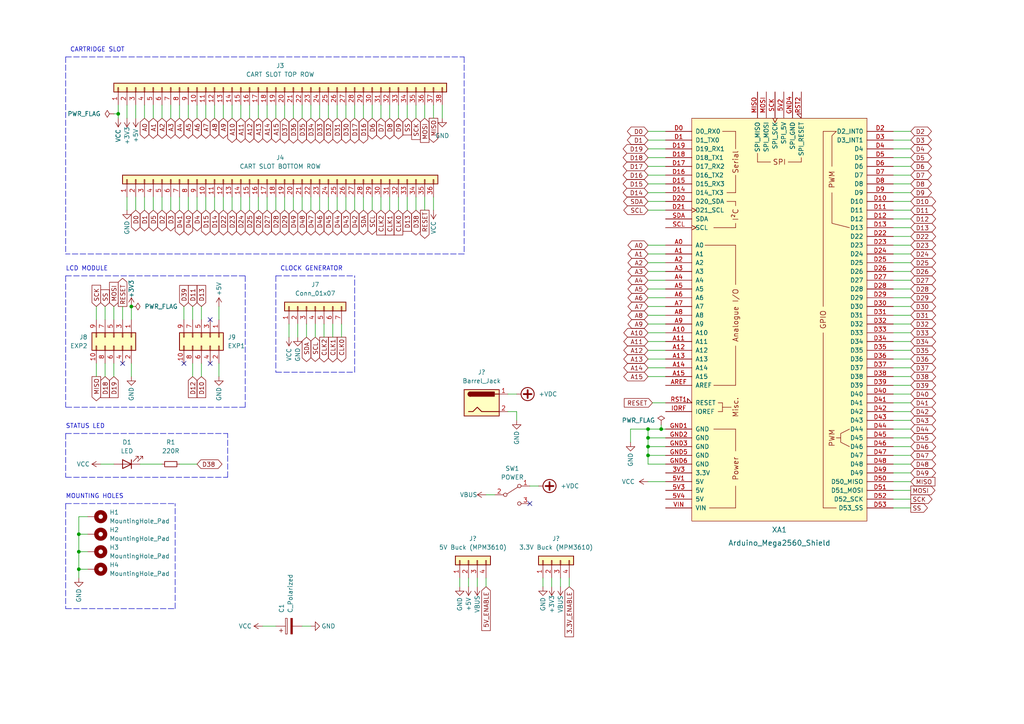
<source format=kicad_sch>
(kicad_sch (version 20211123) (generator eeschema)
  (paper "A4")
  (title_block (title "OSCR HW5") (date "2022-06-19") (rev "V3"))
  (junction (at 34.29 33.02))
  (junction (at 187.96 124.46))
  (junction (at 191.77 124.46))
  (junction (at 187.96 129.54))
  (junction (at 187.96 127))
  (junction (at 22.86 154.94))
  (junction (at 22.86 165.1))
  (junction (at 187.96 132.08))
  (junction (at 22.86 160.02))
  (junction (at 38.1 88.9))
  (no_connect (at 35.56 105.41))
  (no_connect (at 53.34 105.41))
  (no_connect (at 60.96 92.71))
  (no_connect (at 60.96 105.41))
  (no_connect (at 153.67 146.05))
  (wire (pts (xy 123.19 30.48) (xy 123.19 34.29)))
  (wire (pts (xy 49.53 57.15) (xy 49.53 60.96)))
  (wire (pts (xy 39.37 57.15) (xy 39.37 60.96)))
  (wire (pts (xy 259.08 139.7) (xy 264.16 139.7)))
  (wire (pts (xy 259.08 124.46) (xy 264.16 124.46)))
  (wire (pts (xy 187.96 38.1) (xy 193.04 38.1)))
  (wire (pts (xy 57.15 57.15) (xy 57.15 60.96)))
  (wire (pts (xy 259.08 116.84) (xy 264.16 116.84)))
  (wire (pts (xy 110.49 30.48) (xy 110.49 34.29)))
  (wire (pts (xy 92.71 30.48) (xy 92.71 34.29)))
  (wire (pts (xy 259.08 45.72) (xy 264.16 45.72)))
  (wire (pts (xy 77.47 30.48) (xy 77.47 34.29)))
  (wire (pts (xy 187.96 104.14) (xy 193.04 104.14)))
  (wire (pts (xy 259.08 147.32) (xy 264.16 147.32)))
  (wire (pts (xy 259.08 93.98) (xy 264.16 93.98)))
  (wire (pts (xy 191.77 123.19) (xy 191.77 124.46)))
  (wire (pts (xy 187.96 43.18) (xy 193.04 43.18)))
  (wire (pts (xy 259.08 68.58) (xy 264.16 68.58)))
  (wire (pts (xy 259.08 114.3) (xy 264.16 114.3)))
  (wire (pts (xy 118.11 30.48) (xy 118.11 34.29)))
  (wire (pts (xy 187.96 93.98) (xy 193.04 93.98)))
  (wire (pts (xy 82.55 57.15) (xy 82.55 60.96)))
  (wire (pts (xy 187.96 101.6) (xy 193.04 101.6)))
  (wire (pts (xy 52.07 57.15) (xy 52.07 60.96)))
  (wire (pts (xy 187.96 48.26) (xy 193.04 48.26)))
  (polyline (pts (xy 50.8 176.53) (xy 50.8 146.05)))
  (wire (pts (xy 187.96 129.54) (xy 193.04 129.54)))
  (wire (pts (xy 259.08 81.28) (xy 264.16 81.28)))
  (wire (pts (xy 36.83 30.48) (xy 36.83 34.29)))
  (wire (pts (xy 259.08 38.1) (xy 264.16 38.1)))
  (polyline (pts (xy 19.05 138.43) (xy 66.04 138.43)))
  (wire (pts (xy 33.02 33.02) (xy 34.29 33.02)))
  (wire (pts (xy 93.98 93.98) (xy 93.98 97.79)))
  (wire (pts (xy 40.64 134.62) (xy 46.99 134.62)))
  (wire (pts (xy 162.56 170.18) (xy 162.56 167.64)))
  (wire (pts (xy 55.88 105.41) (xy 55.88 109.22)))
  (wire (pts (xy 187.96 106.68) (xy 193.04 106.68)))
  (polyline (pts (xy 80.01 80.01) (xy 80.01 107.95)))
  (polyline (pts (xy 80.01 80.01) (xy 102.87 80.01)))
  (polyline (pts (xy 80.01 107.95) (xy 102.87 107.95)))
  (polyline (pts (xy 102.87 107.95) (xy 102.87 80.01)))
  (wire (pts (xy 107.95 30.48) (xy 107.95 34.29)))
  (wire (pts (xy 187.96 88.9) (xy 193.04 88.9)))
  (wire (pts (xy 147.32 114.3) (xy 149.86 114.3)))
  (wire (pts (xy 123.19 57.15) (xy 123.19 60.96)))
  (wire (pts (xy 259.08 134.62) (xy 264.16 134.62)))
  (wire (pts (xy 41.91 30.48) (xy 41.91 34.29)))
  (wire (pts (xy 74.93 30.48) (xy 74.93 34.29)))
  (wire (pts (xy 22.86 160.02) (xy 22.86 165.1)))
  (wire (pts (xy 22.86 160.02) (xy 25.4 160.02)))
  (wire (pts (xy 72.39 30.48) (xy 72.39 34.29)))
  (wire (pts (xy 54.61 57.15) (xy 54.61 60.96)))
  (wire (pts (xy 80.01 57.15) (xy 80.01 60.96)))
  (wire (pts (xy 187.96 91.44) (xy 193.04 91.44)))
  (wire (pts (xy 115.57 57.15) (xy 115.57 60.96)))
  (wire (pts (xy 259.08 91.44) (xy 264.16 91.44)))
  (wire (pts (xy 259.08 78.74) (xy 264.16 78.74)))
  (wire (pts (xy 110.49 57.15) (xy 110.49 60.96)))
  (wire (pts (xy 63.5 88.9) (xy 63.5 92.71)))
  (wire (pts (xy 259.08 55.88) (xy 264.16 55.88)))
  (wire (pts (xy 259.08 119.38) (xy 264.16 119.38)))
  (polyline (pts (xy 19.05 146.05) (xy 19.05 176.53)))
  (wire (pts (xy 135.89 167.64) (xy 135.89 170.18)))
  (wire (pts (xy 22.86 154.94) (xy 22.86 160.02)))
  (wire (pts (xy 72.39 57.15) (xy 72.39 60.96)))
  (wire (pts (xy 259.08 101.6) (xy 264.16 101.6)))
  (wire (pts (xy 22.86 165.1) (xy 25.4 165.1)))
  (wire (pts (xy 63.5 105.41) (xy 63.5 109.22)))
  (wire (pts (xy 64.77 30.48) (xy 64.77 34.29)))
  (wire (pts (xy 157.48 167.64) (xy 157.48 170.18)))
  (wire (pts (xy 58.42 88.9) (xy 58.42 92.71)))
  (wire (pts (xy 187.96 132.08) (xy 187.96 129.54)))
  (wire (pts (xy 22.86 165.1) (xy 22.86 167.64)))
  (wire (pts (xy 125.73 30.48) (xy 125.73 34.29)))
  (wire (pts (xy 46.99 30.48) (xy 46.99 34.29)))
  (wire (pts (xy 91.44 93.98) (xy 91.44 97.79)))
  (wire (pts (xy 133.35 167.64) (xy 133.35 170.18)))
  (wire (pts (xy 187.96 50.8) (xy 193.04 50.8)))
  (wire (pts (xy 44.45 57.15) (xy 44.45 60.96)))
  (wire (pts (xy 182.88 124.46) (xy 182.88 128.27)))
  (wire (pts (xy 105.41 30.48) (xy 105.41 34.29)))
  (wire (pts (xy 189.23 116.84) (xy 193.04 116.84)))
  (wire (pts (xy 259.08 60.96) (xy 264.16 60.96)))
  (wire (pts (xy 41.91 57.15) (xy 41.91 60.96)))
  (wire (pts (xy 44.45 30.48) (xy 44.45 34.29)))
  (wire (pts (xy 187.96 83.82) (xy 193.04 83.82)))
  (wire (pts (xy 120.65 57.15) (xy 120.65 60.96)))
  (wire (pts (xy 30.48 88.9) (xy 30.48 92.71)))
  (wire (pts (xy 259.08 66.04) (xy 264.16 66.04)))
  (wire (pts (xy 259.08 137.16) (xy 264.16 137.16)))
  (polyline (pts (xy 19.05 80.01) (xy 19.05 118.11)))
  (wire (pts (xy 82.55 30.48) (xy 82.55 34.29)))
  (wire (pts (xy 259.08 106.68) (xy 264.16 106.68)))
  (wire (pts (xy 259.08 40.64) (xy 264.16 40.64)))
  (wire (pts (xy 259.08 96.52) (xy 264.16 96.52)))
  (wire (pts (xy 97.79 57.15) (xy 97.79 60.96)))
  (wire (pts (xy 259.08 142.24) (xy 264.16 142.24)))
  (wire (pts (xy 187.96 73.66) (xy 193.04 73.66)))
  (wire (pts (xy 30.48 105.41) (xy 30.48 109.22)))
  (wire (pts (xy 69.85 30.48) (xy 69.85 34.29)))
  (wire (pts (xy 259.08 109.22) (xy 264.16 109.22)))
  (wire (pts (xy 80.01 30.48) (xy 80.01 34.29)))
  (wire (pts (xy 90.17 57.15) (xy 90.17 60.96)))
  (polyline (pts (xy 19.05 16.51) (xy 19.05 73.66)))
  (polyline (pts (xy 19.05 16.51) (xy 134.62 16.51)))
  (polyline (pts (xy 134.62 16.51) (xy 134.62 73.66)))
  (polyline (pts (xy 134.62 73.66) (xy 19.05 73.66)))
  (wire (pts (xy 96.52 93.98) (xy 96.52 97.79)))
  (wire (pts (xy 259.08 48.26) (xy 264.16 48.26)))
  (wire (pts (xy 187.96 127) (xy 193.04 127)))
  (wire (pts (xy 52.07 30.48) (xy 52.07 34.29)))
  (wire (pts (xy 259.08 88.9) (xy 264.16 88.9)))
  (wire (pts (xy 22.86 149.86) (xy 22.86 154.94)))
  (wire (pts (xy 29.21 134.62) (xy 33.02 134.62)))
  (wire (pts (xy 140.97 167.64) (xy 140.97 170.18)))
  (wire (pts (xy 100.33 30.48) (xy 100.33 34.29)))
  (wire (pts (xy 34.29 30.48) (xy 34.29 33.02)))
  (wire (pts (xy 95.25 30.48) (xy 95.25 34.29)))
  (wire (pts (xy 259.08 86.36) (xy 264.16 86.36)))
  (wire (pts (xy 259.08 73.66) (xy 264.16 73.66)))
  (polyline (pts (xy 19.05 176.53) (xy 50.8 176.53)))
  (wire (pts (xy 95.25 57.15) (xy 95.25 60.96)))
  (wire (pts (xy 147.32 119.38) (xy 149.86 119.38)))
  (wire (pts (xy 77.47 57.15) (xy 77.47 60.96)))
  (polyline (pts (xy 19.05 146.05) (xy 50.8 146.05)))
  (wire (pts (xy 64.77 57.15) (xy 64.77 60.96)))
  (wire (pts (xy 87.63 181.61) (xy 90.17 181.61)))
  (wire (pts (xy 67.31 30.48) (xy 67.31 34.29)))
  (wire (pts (xy 87.63 30.48) (xy 87.63 34.29)))
  (wire (pts (xy 113.03 30.48) (xy 113.03 34.29)))
  (wire (pts (xy 187.96 45.72) (xy 193.04 45.72)))
  (wire (pts (xy 140.97 143.51) (xy 143.51 143.51)))
  (wire (pts (xy 83.82 93.98) (xy 83.82 97.79)))
  (wire (pts (xy 55.88 88.9) (xy 55.88 92.71)))
  (wire (pts (xy 259.08 76.2) (xy 264.16 76.2)))
  (wire (pts (xy 46.99 57.15) (xy 46.99 60.96)))
  (wire (pts (xy 259.08 132.08) (xy 264.16 132.08)))
  (wire (pts (xy 22.86 154.94) (xy 25.4 154.94)))
  (wire (pts (xy 259.08 63.5) (xy 264.16 63.5)))
  (wire (pts (xy 107.95 57.15) (xy 107.95 60.96)))
  (wire (pts (xy 149.86 119.38) (xy 149.86 121.92)))
  (wire (pts (xy 153.67 140.97) (xy 156.21 140.97)))
  (wire (pts (xy 165.1 167.64) (xy 165.1 170.18)))
  (wire (pts (xy 67.31 57.15) (xy 67.31 60.96)))
  (polyline (pts (xy 71.12 80.01) (xy 71.12 118.11)))
  (wire (pts (xy 160.02 167.64) (xy 160.02 170.18)))
  (wire (pts (xy 54.61 30.48) (xy 54.61 34.29)))
  (wire (pts (xy 27.94 105.41) (xy 27.94 109.22)))
  (wire (pts (xy 259.08 104.14) (xy 264.16 104.14)))
  (wire (pts (xy 259.08 127) (xy 264.16 127)))
  (wire (pts (xy 35.56 88.9) (xy 35.56 92.71)))
  (wire (pts (xy 34.29 33.02) (xy 34.29 34.29)))
  (wire (pts (xy 38.1 105.41) (xy 38.1 109.22)))
  (wire (pts (xy 187.96 53.34) (xy 193.04 53.34)))
  (wire (pts (xy 193.04 134.62) (xy 187.96 134.62)))
  (polyline (pts (xy 19.05 125.73) (xy 66.04 125.73)))
  (wire (pts (xy 27.94 88.9) (xy 27.94 92.71)))
  (wire (pts (xy 49.53 30.48) (xy 49.53 34.29)))
  (wire (pts (xy 76.2 181.61) (xy 80.01 181.61)))
  (wire (pts (xy 187.96 60.96) (xy 193.04 60.96)))
  (wire (pts (xy 187.96 55.88) (xy 193.04 55.88)))
  (wire (pts (xy 39.37 30.48) (xy 39.37 34.29)))
  (wire (pts (xy 187.96 78.74) (xy 193.04 78.74)))
  (wire (pts (xy 113.03 57.15) (xy 113.03 60.96)))
  (wire (pts (xy 259.08 53.34) (xy 264.16 53.34)))
  (wire (pts (xy 38.1 88.9) (xy 38.1 92.71)))
  (wire (pts (xy 102.87 30.48) (xy 102.87 34.29)))
  (wire (pts (xy 59.69 30.48) (xy 59.69 34.29)))
  (wire (pts (xy 187.96 127) (xy 187.96 124.46)))
  (wire (pts (xy 92.71 57.15) (xy 92.71 60.96)))
  (wire (pts (xy 138.43 170.18) (xy 138.43 167.64)))
  (wire (pts (xy 53.34 88.9) (xy 53.34 92.71)))
  (wire (pts (xy 88.9 93.98) (xy 88.9 97.79)))
  (wire (pts (xy 62.23 57.15) (xy 62.23 60.96)))
  (wire (pts (xy 187.96 124.46) (xy 182.88 124.46)))
  (wire (pts (xy 259.08 144.78) (xy 264.16 144.78)))
  (wire (pts (xy 187.96 81.28) (xy 193.04 81.28)))
  (wire (pts (xy 187.96 99.06) (xy 193.04 99.06)))
  (polyline (pts (xy 71.12 118.11) (xy 19.05 118.11)))
  (wire (pts (xy 187.96 76.2) (xy 193.04 76.2)))
  (wire (pts (xy 128.27 30.48) (xy 128.27 34.29)))
  (wire (pts (xy 33.02 105.41) (xy 33.02 109.22)))
  (wire (pts (xy 74.93 57.15) (xy 74.93 60.96)))
  (wire (pts (xy 58.42 105.41) (xy 58.42 109.22)))
  (wire (pts (xy 115.57 30.48) (xy 115.57 34.29)))
  (wire (pts (xy 62.23 30.48) (xy 62.23 34.29)))
  (wire (pts (xy 105.41 57.15) (xy 105.41 60.96)))
  (wire (pts (xy 120.65 30.48) (xy 120.65 34.29)))
  (polyline (pts (xy 19.05 80.01) (xy 71.12 80.01)))
  (wire (pts (xy 57.15 30.48) (xy 57.15 34.29)))
  (wire (pts (xy 85.09 57.15) (xy 85.09 60.96)))
  (wire (pts (xy 85.09 30.48) (xy 85.09 34.29)))
  (polyline (pts (xy 66.04 138.43) (xy 66.04 125.73)))
  (wire (pts (xy 118.11 57.15) (xy 118.11 60.96)))
  (wire (pts (xy 259.08 71.12) (xy 264.16 71.12)))
  (wire (pts (xy 187.96 134.62) (xy 187.96 132.08)))
  (wire (pts (xy 259.08 43.18) (xy 264.16 43.18)))
  (wire (pts (xy 259.08 99.06) (xy 264.16 99.06)))
  (wire (pts (xy 259.08 58.42) (xy 264.16 58.42)))
  (wire (pts (xy 187.96 40.64) (xy 193.04 40.64)))
  (wire (pts (xy 259.08 50.8) (xy 264.16 50.8)))
  (wire (pts (xy 87.63 57.15) (xy 87.63 60.96)))
  (wire (pts (xy 69.85 57.15) (xy 69.85 60.96)))
  (wire (pts (xy 99.06 93.98) (xy 99.06 97.79)))
  (polyline (pts (xy 19.05 125.73) (xy 19.05 138.43)))
  (wire (pts (xy 125.73 57.15) (xy 125.73 60.96)))
  (wire (pts (xy 259.08 129.54) (xy 264.16 129.54)))
  (wire (pts (xy 90.17 30.48) (xy 90.17 34.29)))
  (wire (pts (xy 52.07 134.62) (xy 57.15 134.62)))
  (wire (pts (xy 97.79 30.48) (xy 97.79 34.29)))
  (wire (pts (xy 36.83 57.15) (xy 36.83 60.96)))
  (wire (pts (xy 187.96 71.12) (xy 193.04 71.12)))
  (wire (pts (xy 33.02 88.9) (xy 33.02 92.71)))
  (wire (pts (xy 259.08 83.82) (xy 264.16 83.82)))
  (wire (pts (xy 187.96 96.52) (xy 193.04 96.52)))
  (wire (pts (xy 100.33 57.15) (xy 100.33 60.96)))
  (wire (pts (xy 187.96 109.22) (xy 193.04 109.22)))
  (wire (pts (xy 187.96 132.08) (xy 193.04 132.08)))
  (wire (pts (xy 259.08 111.76) (xy 264.16 111.76)))
  (wire (pts (xy 102.87 57.15) (xy 102.87 60.96)))
  (wire (pts (xy 187.96 58.42) (xy 193.04 58.42)))
  (wire (pts (xy 86.36 93.98) (xy 86.36 97.79)))
  (wire (pts (xy 59.69 57.15) (xy 59.69 60.96)))
  (wire (pts (xy 25.4 149.86) (xy 22.86 149.86)))
  (wire (pts (xy 193.04 124.46) (xy 191.77 124.46)))
  (wire (pts (xy 187.96 86.36) (xy 193.04 86.36)))
  (wire (pts (xy 191.77 124.46) (xy 187.96 124.46)))
  (wire (pts (xy 187.96 139.7) (xy 193.04 139.7)))
  (wire (pts (xy 259.08 121.92) (xy 264.16 121.92)))
  (wire (pts (xy 187.96 129.54) (xy 187.96 127)))
  (text "STATUS LED" (at 19.05 124.46 0) (effects (font (size 1.27 1.27)) (justify left bottom)))
  (text "LCD MODULE" (at 19.05 78.74 0) (effects (font (size 1.27 1.27)) (justify left bottom)))
  (text "CLOCK GENERATOR" (at 81.28 78.74 0) (effects (font (size 1.27 1.27)) (justify left bottom)))
  (text "CARTRIDGE SLOT" (at 20.32 15.24 0) (effects (font (size 1.27 1.27)) (justify left bottom)))
  (text "MOUNTING HOLES" (at 19.05 144.78 0) (effects (font (size 1.27 1.27)) (justify left bottom)))
  (global_label "SS" (shape output) (at 264.16 147.32 0) (property "Intersheet References" "${INTERSHEET_REFS}" (effects hide)))
  (global_label "A6" (shape bidirectional) (at 57.15 34.29 270) (property "Intersheet References" "${INTERSHEET_REFS}" (effects hide)))
  (global_label "D13" (shape bidirectional) (at 264.16 66.04 0) (property "Intersheet References" "${INTERSHEET_REFS}" (effects hide)))
  (global_label "D7" (shape bidirectional) (at 264.16 50.8 0) (property "Intersheet References" "${INTERSHEET_REFS}" (effects hide)))
  (global_label "D11" (shape input) (at 55.88 88.9 90) (property "Intersheet References" "${INTERSHEET_REFS}" (effects hide)))
  (global_label "MOSI" (shape input) (at 123.19 34.29 270) (property "Intersheet References" "${INTERSHEET_REFS}" (effects hide)))
  (global_label "D29" (shape bidirectional) (at 82.55 60.96 270) (property "Intersheet References" "${INTERSHEET_REFS}" (effects hide)))
  (global_label "A9" (shape bidirectional) (at 64.77 34.29 270) (property "Intersheet References" "${INTERSHEET_REFS}" (effects hide)))
  (global_label "D31" (shape bidirectional) (at 97.79 34.29 270) (property "Intersheet References" "${INTERSHEET_REFS}" (effects hide)))
  (global_label "D24" (shape bidirectional) (at 69.85 60.96 270) (property "Intersheet References" "${INTERSHEET_REFS}" (effects hide)))
  (global_label "3.3V_ENABLE" (shape input) (at 165.1 170.18 270) (property "Intersheet References" "${INTERSHEET_REFS}" (effects hide)))
  (global_label "D42" (shape bidirectional) (at 264.16 119.38 0) (property "Intersheet References" "${INTERSHEET_REFS}" (effects hide)))
  (global_label "CLK2" (shape output) (at 93.98 97.79 270) (property "Intersheet References" "${INTERSHEET_REFS}" (effects hide)))
  (global_label "MISO" (shape output) (at 125.73 34.29 270) (property "Intersheet References" "${INTERSHEET_REFS}" (effects hide)))
  (global_label "D17" (shape bidirectional) (at 102.87 34.29 270) (property "Intersheet References" "${INTERSHEET_REFS}" (effects hide)))
  (global_label "D26" (shape bidirectional) (at 264.16 78.74 0) (property "Intersheet References" "${INTERSHEET_REFS}" (effects hide)))
  (global_label "D34" (shape bidirectional) (at 90.17 34.29 270) (property "Intersheet References" "${INTERSHEET_REFS}" (effects hide)))
  (global_label "A9" (shape bidirectional) (at 187.96 93.98 180) (property "Intersheet References" "${INTERSHEET_REFS}" (effects hide)))
  (global_label "A11" (shape bidirectional) (at 69.85 34.29 270) (property "Intersheet References" "${INTERSHEET_REFS}" (effects hide)))
  (global_label "D18" (shape bidirectional) (at 187.96 45.72 180) (property "Intersheet References" "${INTERSHEET_REFS}" (effects hide)))
  (global_label "D1" (shape bidirectional) (at 187.96 40.64 180) (property "Intersheet References" "${INTERSHEET_REFS}" (effects hide)))
  (global_label "D46" (shape bidirectional) (at 92.71 60.96 270) (property "Intersheet References" "${INTERSHEET_REFS}" (effects hide)))
  (global_label "A5" (shape bidirectional) (at 187.96 83.82 180) (property "Intersheet References" "${INTERSHEET_REFS}" (effects hide)))
  (global_label "D25" (shape bidirectional) (at 72.39 60.96 270) (property "Intersheet References" "${INTERSHEET_REFS}" (effects hide)))
  (global_label "CLK1" (shape input) (at 113.03 60.96 270) (property "Intersheet References" "${INTERSHEET_REFS}" (effects hide)))
  (global_label "A5" (shape bidirectional) (at 54.61 34.29 270) (property "Intersheet References" "${INTERSHEET_REFS}" (effects hide)))
  (global_label "D3" (shape bidirectional) (at 264.16 40.64 0) (property "Intersheet References" "${INTERSHEET_REFS}" (effects hide)))
  (global_label "MISO" (shape output) (at 27.94 109.22 270) (property "Intersheet References" "${INTERSHEET_REFS}" (effects hide)))
  (global_label "CLK0" (shape output) (at 99.06 97.79 270) (property "Intersheet References" "${INTERSHEET_REFS}" (effects hide)))
  (global_label "D6" (shape bidirectional) (at 264.16 48.26 0) (property "Intersheet References" "${INTERSHEET_REFS}" (effects hide)))
  (global_label "D24" (shape bidirectional) (at 264.16 73.66 0) (property "Intersheet References" "${INTERSHEET_REFS}" (effects hide)))
  (global_label "D49" (shape bidirectional) (at 85.09 60.96 270) (property "Intersheet References" "${INTERSHEET_REFS}" (effects hide)))
  (global_label "D7" (shape bidirectional) (at 110.49 34.29 270) (property "Intersheet References" "${INTERSHEET_REFS}" (effects hide)))
  (global_label "D22" (shape bidirectional) (at 264.16 68.58 0) (property "Intersheet References" "${INTERSHEET_REFS}" (effects hide)))
  (global_label "D47" (shape bidirectional) (at 264.16 132.08 0) (property "Intersheet References" "${INTERSHEET_REFS}" (effects hide)))
  (global_label "A11" (shape bidirectional) (at 187.96 99.06 180) (property "Intersheet References" "${INTERSHEET_REFS}" (effects hide)))
  (global_label "A8" (shape bidirectional) (at 187.96 91.44 180) (property "Intersheet References" "${INTERSHEET_REFS}" (effects hide)))
  (global_label "D31" (shape bidirectional) (at 264.16 91.44 0) (property "Intersheet References" "${INTERSHEET_REFS}" (effects hide)))
  (global_label "D36" (shape bidirectional) (at 264.16 104.14 0) (property "Intersheet References" "${INTERSHEET_REFS}" (effects hide)))
  (global_label "SCK" (shape output) (at 264.16 144.78 0) (property "Intersheet References" "${INTERSHEET_REFS}" (effects hide)))
  (global_label "D16" (shape bidirectional) (at 105.41 34.29 270) (property "Intersheet References" "${INTERSHEET_REFS}" (effects hide)))
  (global_label "D33" (shape bidirectional) (at 92.71 34.29 270) (property "Intersheet References" "${INTERSHEET_REFS}" (effects hide)))
  (global_label "A12" (shape bidirectional) (at 72.39 34.29 270) (property "Intersheet References" "${INTERSHEET_REFS}" (effects hide)))
  (global_label "D49" (shape bidirectional) (at 264.16 137.16 0) (property "Intersheet References" "${INTERSHEET_REFS}" (effects hide)))
  (global_label "CLK0" (shape input) (at 115.57 60.96 270) (property "Intersheet References" "${INTERSHEET_REFS}" (effects hide)))
  (global_label "D9" (shape bidirectional) (at 115.57 34.29 270) (property "Intersheet References" "${INTERSHEET_REFS}" (effects hide)))
  (global_label "D5" (shape bidirectional) (at 264.16 45.72 0) (property "Intersheet References" "${INTERSHEET_REFS}" (effects hide)))
  (global_label "SDA" (shape bidirectional) (at 187.96 58.42 180) (property "Intersheet References" "${INTERSHEET_REFS}" (effects hide)))
  (global_label "SS" (shape input) (at 118.11 34.29 270) (property "Intersheet References" "${INTERSHEET_REFS}" (effects hide)))
  (global_label "D44" (shape bidirectional) (at 264.16 124.46 0) (property "Intersheet References" "${INTERSHEET_REFS}" (effects hide)))
  (global_label "D38" (shape bidirectional) (at 120.65 60.96 270) (property "Intersheet References" "${INTERSHEET_REFS}" (effects hide)))
  (global_label "A7" (shape bidirectional) (at 59.69 34.29 270) (property "Intersheet References" "${INTERSHEET_REFS}" (effects hide)))
  (global_label "SCK" (shape input) (at 120.65 34.29 270) (property "Intersheet References" "${INTERSHEET_REFS}" (effects hide)))
  (global_label "A0" (shape bidirectional) (at 187.96 71.12 180) (property "Intersheet References" "${INTERSHEET_REFS}" (effects hide)))
  (global_label "D30" (shape bidirectional) (at 100.33 34.29 270) (property "Intersheet References" "${INTERSHEET_REFS}" (effects hide)))
  (global_label "D13" (shape input) (at 58.42 88.9 90) (property "Intersheet References" "${INTERSHEET_REFS}" (effects hide)))
  (global_label "A4" (shape bidirectional) (at 187.96 81.28 180) (property "Intersheet References" "${INTERSHEET_REFS}" (effects hide)))
  (global_label "D28" (shape bidirectional) (at 264.16 83.82 0) (property "Intersheet References" "${INTERSHEET_REFS}" (effects hide)))
  (global_label "D40" (shape bidirectional) (at 54.61 60.96 270) (property "Intersheet References" "${INTERSHEET_REFS}" (effects hide)))
  (global_label "D15" (shape bidirectional) (at 59.69 60.96 270) (property "Intersheet References" "${INTERSHEET_REFS}" (effects hide)))
  (global_label "MOSI" (shape output) (at 264.16 142.24 0) (property "Intersheet References" "${INTERSHEET_REFS}" (effects hide)))
  (global_label "D9" (shape bidirectional) (at 264.16 55.88 0) (property "Intersheet References" "${INTERSHEET_REFS}" (effects hide)))
  (global_label "D28" (shape bidirectional) (at 80.01 60.96 270) (property "Intersheet References" "${INTERSHEET_REFS}" (effects hide)))
  (global_label "D15" (shape bidirectional) (at 187.96 53.34 180) (property "Intersheet References" "${INTERSHEET_REFS}" (effects hide)))
  (global_label "A3" (shape bidirectional) (at 187.96 78.74 180) (property "Intersheet References" "${INTERSHEET_REFS}" (effects hide)))
  (global_label "A7" (shape bidirectional) (at 187.96 88.9 180) (property "Intersheet References" "${INTERSHEET_REFS}" (effects hide)))
  (global_label "A1" (shape bidirectional) (at 44.45 34.29 270) (property "Intersheet References" "${INTERSHEET_REFS}" (effects hide)))
  (global_label "D47" (shape bidirectional) (at 90.17 60.96 270) (property "Intersheet References" "${INTERSHEET_REFS}" (effects hide)))
  (global_label "D12" (shape input) (at 55.88 109.22 270) (property "Intersheet References" "${INTERSHEET_REFS}" (effects hide)))
  (global_label "D16" (shape bidirectional) (at 187.96 50.8 180) (property "Intersheet References" "${INTERSHEET_REFS}" (effects hide)))
  (global_label "A13" (shape bidirectional) (at 74.93 34.29 270) (property "Intersheet References" "${INTERSHEET_REFS}" (effects hide)))
  (global_label "D18" (shape input) (at 30.48 109.22 270) (property "Intersheet References" "${INTERSHEET_REFS}" (effects hide)))
  (global_label "D12" (shape bidirectional) (at 264.16 63.5 0) (property "Intersheet References" "${INTERSHEET_REFS}" (effects hide)))
  (global_label "A3" (shape bidirectional) (at 49.53 34.29 270) (property "Intersheet References" "${INTERSHEET_REFS}" (effects hide)))
  (global_label "D19" (shape bidirectional) (at 187.96 43.18 180) (property "Intersheet References" "${INTERSHEET_REFS}" (effects hide)))
  (global_label "D43" (shape bidirectional) (at 100.33 60.96 270) (property "Intersheet References" "${INTERSHEET_REFS}" (effects hide)))
  (global_label "D8" (shape bidirectional) (at 113.03 34.29 270) (property "Intersheet References" "${INTERSHEET_REFS}" (effects hide)))
  (global_label "D36" (shape bidirectional) (at 85.09 34.29 270) (property "Intersheet References" "${INTERSHEET_REFS}" (effects hide)))
  (global_label "SCL" (shape bidirectional) (at 187.96 60.96 180) (property "Intersheet References" "${INTERSHEET_REFS}" (effects hide)))
  (global_label "D38" (shape bidirectional) (at 264.16 109.22 0) (property "Intersheet References" "${INTERSHEET_REFS}" (effects hide)))
  (global_label "D4" (shape bidirectional) (at 264.16 43.18 0) (property "Intersheet References" "${INTERSHEET_REFS}" (effects hide)))
  (global_label "D23" (shape bidirectional) (at 67.31 60.96 270) (property "Intersheet References" "${INTERSHEET_REFS}" (effects hide)))
  (global_label "D41" (shape bidirectional) (at 264.16 116.84 0) (property "Intersheet References" "${INTERSHEET_REFS}" (effects hide)))
  (global_label "D1" (shape bidirectional) (at 41.91 60.96 270) (property "Intersheet References" "${INTERSHEET_REFS}" (effects hide)))
  (global_label "D14" (shape bidirectional) (at 62.23 60.96 270) (property "Intersheet References" "${INTERSHEET_REFS}" (effects hide)))
  (global_label "D19" (shape input) (at 33.02 109.22 270) (property "Intersheet References" "${INTERSHEET_REFS}" (effects hide)))
  (global_label "A2" (shape bidirectional) (at 187.96 76.2 180) (property "Intersheet References" "${INTERSHEET_REFS}" (effects hide)))
  (global_label "D10" (shape bidirectional) (at 264.16 58.42 0) (property "Intersheet References" "${INTERSHEET_REFS}" (effects hide)))
  (global_label "D4" (shape bidirectional) (at 57.15 60.96 270) (property "Intersheet References" "${INTERSHEET_REFS}" (effects hide)))
  (global_label "D0" (shape bidirectional) (at 187.96 38.1 180) (property "Intersheet References" "${INTERSHEET_REFS}" (effects hide)))
  (global_label "D22" (shape bidirectional) (at 64.77 60.96 270) (property "Intersheet References" "${INTERSHEET_REFS}" (effects hide)))
  (global_label "D30" (shape bidirectional) (at 264.16 88.9 0) (property "Intersheet References" "${INTERSHEET_REFS}" (effects hide)))
  (global_label "D33" (shape bidirectional) (at 264.16 96.52 0) (property "Intersheet References" "${INTERSHEET_REFS}" (effects hide)))
  (global_label "D2" (shape bidirectional) (at 46.99 60.96 270) (property "Intersheet References" "${INTERSHEET_REFS}" (effects hide)))
  (global_label "CLK1" (shape output) (at 96.52 97.79 270) (property "Intersheet References" "${INTERSHEET_REFS}" (effects hide)))
  (global_label "D35" (shape bidirectional) (at 87.63 34.29 270) (property "Intersheet References" "${INTERSHEET_REFS}" (effects hide)))
  (global_label "D39" (shape input) (at 53.34 88.9 90) (property "Intersheet References" "${INTERSHEET_REFS}" (effects hide)))
  (global_label "SCL" (shape bidirectional) (at 107.95 60.96 270) (property "Intersheet References" "${INTERSHEET_REFS}" (effects hide)))
  (global_label "A0" (shape bidirectional) (at 41.91 34.29 270) (property "Intersheet References" "${INTERSHEET_REFS}" (effects hide)))
  (global_label "MISO" (shape input) (at 264.16 139.7 0) (property "Intersheet References" "${INTERSHEET_REFS}" (effects hide)))
  (global_label "D44" (shape bidirectional) (at 97.79 60.96 270) (property "Intersheet References" "${INTERSHEET_REFS}" (effects hide)))
  (global_label "D48" (shape bidirectional) (at 87.63 60.96 270) (property "Intersheet References" "${INTERSHEET_REFS}" (effects hide)))
  (global_label "A13" (shape bidirectional) (at 187.96 104.14 180) (property "Intersheet References" "${INTERSHEET_REFS}" (effects hide)))
  (global_label "A10" (shape bidirectional) (at 67.31 34.29 270) (property "Intersheet References" "${INTERSHEET_REFS}" (effects hide)))
  (global_label "D14" (shape bidirectional) (at 187.96 55.88 180) (property "Intersheet References" "${INTERSHEET_REFS}" (effects hide)))
  (global_label "D32" (shape bidirectional) (at 264.16 93.98 0) (property "Intersheet References" "${INTERSHEET_REFS}" (effects hide)))
  (global_label "D2" (shape bidirectional) (at 264.16 38.1 0) (property "Intersheet References" "${INTERSHEET_REFS}" (effects hide)))
  (global_label "RESET" (shape input) (at 189.23 116.84 180) (property "Intersheet References" "${INTERSHEET_REFS}" (effects hide)))
  (global_label "A12" (shape bidirectional) (at 187.96 101.6 180) (property "Intersheet References" "${INTERSHEET_REFS}" (effects hide)))
  (global_label "D27" (shape bidirectional) (at 77.47 60.96 270) (property "Intersheet References" "${INTERSHEET_REFS}" (effects hide)))
  (global_label "D0" (shape bidirectional) (at 39.37 60.96 270) (property "Intersheet References" "${INTERSHEET_REFS}" (effects hide)))
  (global_label "D38" (shape bidirectional) (at 57.15 134.62 0) (property "Intersheet References" "${INTERSHEET_REFS}" (effects hide)))
  (global_label "A1" (shape bidirectional) (at 187.96 73.66 180) (property "Intersheet References" "${INTERSHEET_REFS}" (effects hide)))
  (global_label "D3" (shape bidirectional) (at 49.53 60.96 270) (property "Intersheet References" "${INTERSHEET_REFS}" (effects hide)))
  (global_label "D11" (shape bidirectional) (at 264.16 60.96 0) (property "Intersheet References" "${INTERSHEET_REFS}" (effects hide)))
  (global_label "D48" (shape bidirectional) (at 264.16 134.62 0) (property "Intersheet References" "${INTERSHEET_REFS}" (effects hide)))
  (global_label "D42" (shape bidirectional) (at 102.87 60.96 270) (property "Intersheet References" "${INTERSHEET_REFS}" (effects hide)))
  (global_label "D41" (shape bidirectional) (at 52.07 60.96 270) (property "Intersheet References" "${INTERSHEET_REFS}" (effects hide)))
  (global_label "D46" (shape bidirectional) (at 264.16 129.54 0) (property "Intersheet References" "${INTERSHEET_REFS}" (effects hide)))
  (global_label "D13" (shape input) (at 118.11 60.96 270) (property "Intersheet References" "${INTERSHEET_REFS}" (effects hide)))
  (global_label "A14" (shape bidirectional) (at 187.96 106.68 180) (property "Intersheet References" "${INTERSHEET_REFS}" (effects hide)))
  (global_label "D32" (shape bidirectional) (at 95.25 34.29 270) (property "Intersheet References" "${INTERSHEET_REFS}" (effects hide)))
  (global_label "D43" (shape bidirectional) (at 264.16 121.92 0) (property "Intersheet References" "${INTERSHEET_REFS}" (effects hide)))
  (global_label "D37" (shape bidirectional) (at 82.55 34.29 270) (property "Intersheet References" "${INTERSHEET_REFS}" (effects hide)))
  (global_label "SCL" (shape bidirectional) (at 91.44 97.79 270) (property "Intersheet References" "${INTERSHEET_REFS}" (effects hide)))
  (global_label "D27" (shape bidirectional) (at 264.16 81.28 0) (property "Intersheet References" "${INTERSHEET_REFS}" (effects hide)))
  (global_label "A14" (shape bidirectional) (at 77.47 34.29 270) (property "Intersheet References" "${INTERSHEET_REFS}" (effects hide)))
  (global_label "RESET" (shape output) (at 123.19 60.96 270) (property "Intersheet References" "${INTERSHEET_REFS}" (effects hide)))
  (global_label "D25" (shape bidirectional) (at 264.16 76.2 0) (property "Intersheet References" "${INTERSHEET_REFS}" (effects hide)))
  (global_label "D40" (shape bidirectional) (at 264.16 114.3 0) (property "Intersheet References" "${INTERSHEET_REFS}" (effects hide)))
  (global_label "A15" (shape bidirectional) (at 187.96 109.22 180) (property "Intersheet References" "${INTERSHEET_REFS}" (effects hide)))
  (global_label "D45" (shape bidirectional) (at 95.25 60.96 270) (property "Intersheet References" "${INTERSHEET_REFS}" (effects hide)))
  (global_label "A15" (shape bidirectional) (at 80.01 34.29 270) (property "Intersheet References" "${INTERSHEET_REFS}" (effects hide)))
  (global_label "D6" (shape bidirectional) (at 107.95 34.29 270) (property "Intersheet References" "${INTERSHEET_REFS}" (effects hide)))
  (global_label "SDA" (shape bidirectional) (at 105.41 60.96 270) (property "Intersheet References" "${INTERSHEET_REFS}" (effects hide)))
  (global_label "D8" (shape bidirectional) (at 264.16 53.34 0) (property "Intersheet References" "${INTERSHEET_REFS}" (effects hide)))
  (global_label "SS" (shape input) (at 30.48 88.9 90) (property "Intersheet References" "${INTERSHEET_REFS}" (effects hide)))
  (global_label "SDA" (shape bidirectional) (at 88.9 97.79 270) (property "Intersheet References" "${INTERSHEET_REFS}" (effects hide)))
  (global_label "CLK2" (shape input) (at 110.49 60.96 270) (property "Intersheet References" "${INTERSHEET_REFS}" (effects hide)))
  (global_label "D26" (shape bidirectional) (at 74.93 60.96 270) (property "Intersheet References" "${INTERSHEET_REFS}" (effects hide)))
  (global_label "MOSI" (shape input) (at 33.02 88.9 90) (property "Intersheet References" "${INTERSHEET_REFS}" (effects hide)))
  (global_label "D35" (shape bidirectional) (at 264.16 101.6 0) (property "Intersheet References" "${INTERSHEET_REFS}" (effects hide)))
  (global_label "D29" (shape bidirectional) (at 264.16 86.36 0) (property "Intersheet References" "${INTERSHEET_REFS}" (effects hide)))
  (global_label "D39" (shape bidirectional) (at 264.16 111.76 0) (property "Intersheet References" "${INTERSHEET_REFS}" (effects hide)))
  (global_label "D5" (shape bidirectional) (at 44.45 60.96 270) (property "Intersheet References" "${INTERSHEET_REFS}" (effects hide)))
  (global_label "A10" (shape bidirectional) (at 187.96 96.52 180) (property "Intersheet References" "${INTERSHEET_REFS}" (effects hide)))
  (global_label "A4" (shape bidirectional) (at 52.07 34.29 270) (property "Intersheet References" "${INTERSHEET_REFS}" (effects hide)))
  (global_label "RESET" (shape output) (at 35.56 88.9 90) (property "Intersheet References" "${INTERSHEET_REFS}" (effects hide)))
  (global_label "D17" (shape bidirectional) (at 187.96 48.26 180) (property "Intersheet References" "${INTERSHEET_REFS}" (effects hide)))
  (global_label "D37" (shape bidirectional) (at 264.16 106.68 0) (property "Intersheet References" "${INTERSHEET_REFS}" (effects hide)))
  (global_label "5V_ENABLE" (shape input) (at 140.97 170.18 270) (property "Intersheet References" "${INTERSHEET_REFS}" (effects hide)))
  (global_label "A8" (shape bidirectional) (at 62.23 34.29 270) (property "Intersheet References" "${INTERSHEET_REFS}" (effects hide)))
  (global_label "D10" (shape input) (at 58.42 109.22 270) (property "Intersheet References" "${INTERSHEET_REFS}" (effects hide)))
  (global_label "D34" (shape bidirectional) (at 264.16 99.06 0) (property "Intersheet References" "${INTERSHEET_REFS}" (effects hide)))
  (global_label "SCK" (shape input) (at 27.94 88.9 90) (property "Intersheet References" "${INTERSHEET_REFS}" (effects hide)))
  (global_label "A2" (shape bidirectional) (at 46.99 34.29 270) (property "Intersheet References" "${INTERSHEET_REFS}" (effects hide)))
  (global_label "D23" (shape bidirectional) (at 264.16 71.12 0) (property "Intersheet References" "${INTERSHEET_REFS}" (effects hide)))
  (global_label "A6" (shape bidirectional) (at 187.96 86.36 180) (property "Intersheet References" "${INTERSHEET_REFS}" (effects hide)))
  (global_label "D45" (shape bidirectional) (at 264.16 127 0) (property "Intersheet References" "${INTERSHEET_REFS}" (effects hide)))
  (symbol (lib_id "power:GND") (at 63.5 109.22 0) (unit 1)
    (property "Reference" "#PWR019" (effects hide))
    (property "Value" "GND" (at 63.5 114.3 90))
  )
  (symbol (lib_id "Connector_Generic:Conn_01x36") (at 80.01 52.07 90) (unit 1)
    (property "Reference" "J4" (at 81.28 45.72 90))
    (property "Value" "CART SLOT BOTTOM ROW" (at 81.28 48.26 90))
    (property "Footprint" "Connector_PinSocket_2.54mm:PinSocket_1x36_P2.54mm_Vertical" (effects hide))
  )
  (symbol (lib_id "power:VCC") (at 83.82 97.79 180) (unit 1)
    (property "Reference" "#PWR024" (effects hide))
    (property "Value" "VCC" (at 83.82 102.87 90))
  )
  (symbol (lib_id "power:GND") (at 36.83 60.96 0) (unit 1)
    (property "Reference" "#PWR03" (effects hide))
    (property "Value" "GND" (at 36.83 66.04 90))
  )
  (symbol (lib_id "power:GND") (at 22.86 167.64 0) (unit 1)
    (property "Reference" "#PWR?" (effects hide))
    (property "Value" "GND" (at 22.86 172.72 90))
  )
  (symbol (lib_id "power:GND") (at 86.36 97.79 0) (unit 1)
    (property "Reference" "#PWR025" (effects hide))
    (property "Value" "GND" (at 86.36 102.87 90))
  )
  (symbol (lib_id "Connector_Generic:Conn_01x04") (at 135.89 162.56 90) (unit 1)
    (property "Reference" "J?" (at 137.16 156.21 90))
    (property "Value" "5V Buck (MPM3610)" (at 137.16 158.75 90))
  )
  (symbol (lib_id "power:VCC") (at 29.21 134.62 90) (unit 1)
    (property "Reference" "#PWR017" (effects hide))
    (property "Value" "VCC" (at 24.13 134.62 90))
  )
  (symbol (lib_id "power:GND") (at 128.27 34.29 0) (unit 1)
    (property "Reference" "#PWR011" (effects hide))
    (property "Value" "GND" (at 128.27 39.37 0))
  )
  (symbol (lib_id "power:VCC") (at 125.73 60.96 180) (unit 1)
    (property "Reference" "#PWR010" (effects hide))
    (property "Value" "VCC" (at 125.73 66.04 90))
  )
  (symbol (lib_id "Connector_Generic:Conn_02x05_Odd_Even") (at 33.02 97.79 270) (unit 1)
    (property "Reference" "J8" (at 25.4 97.7899 90) (effects (justify right)))
    (property "Value" "EXP2" (at 25.4 100.3299 90) (effects (justify right)))
    (property "Footprint" "Connector_IDC:IDC-Header_2x05_P2.54mm_Vertical" (effects hide))
  )
  (symbol (lib_id "power:GND") (at 157.48 170.18 0) (unit 1)
    (property "Reference" "#PWR?" (effects hide))
    (property "Value" "GND" (at 157.48 175.26 90))
  )
  (symbol (lib_id "power:+5V") (at 135.89 170.18 180) (unit 1)
    (property "Reference" "#PWR?" (effects hide))
    (property "Value" "+5V" (at 135.89 175.26 90))
  )
  (symbol (lib_id "power:PWR_FLAG") (at 191.77 123.19 0) (unit 1)
    (property "Reference" "#FLG?" (effects hide))
    (property "Value" "PWR_FLAG" (at 180.34 121.92 0) (effects (justify left)))
  )
  (symbol (lib_id "Mechanical:MountingHole_Pad") (at 27.94 165.1 270) (unit 1)
    (property "Reference" "H4" (at 31.75 163.8299 90) (effects (justify left)))
    (property "Value" "MountingHole_Pad" (at 31.75 166.3699 90) (effects (justify left)))
  )
  (symbol (lib_id "power:GND") (at 133.35 170.18 0) (unit 1)
    (property "Reference" "#PWR?" (effects hide))
    (property "Value" "GND" (at 133.35 175.26 90))
  )
  (symbol (lib_id "power:GND") (at 182.88 128.27 0) (unit 1)
    (property "Reference" "#PWR0113" (effects hide))
    (property "Value" "GND" (at 182.88 133.35 90))
  )
  (symbol (lib_id "power:VCC") (at 187.96 139.7 90) (unit 1)
    (property "Reference" "#PWR?" (effects hide))
    (property "Value" "VCC" (at 184.15 139.6999 90) (effects (justify left)))
  )
  (symbol (lib_id "power:+3.3V") (at 160.02 170.18 180) (unit 1)
    (property "Reference" "#PWR?" (effects hide))
    (property "Value" "+3.3V" (at 160.02 175.26 90))
  )
  (symbol (lib_id "Connector:Barrel_Jack") (at 139.7 116.84 0) (unit 1)
    (property "Reference" "J?" (at 139.7 107.95 0))
    (property "Value" "Barrel_Jack" (at 139.7 110.49 0))
  )
  (symbol (lib_id "power:VCC") (at 34.29 34.29 180) (unit 1)
    (property "Reference" "#PWR01" (effects hide))
    (property "Value" "VCC" (at 34.29 39.37 90))
  )
  (symbol (lib_id "Connector_Generic:Conn_01x38") (at 80.01 25.4 90) (unit 1)
    (property "Reference" "J3" (at 81.28 19.05 90))
    (property "Value" "CART SLOT TOP ROW" (at 81.28 21.59 90))
    (property "Footprint" "Connector_PinSocket_2.54mm:PinSocket_1x38_P2.54mm_Vertical" (effects hide))
  )
  (symbol (lib_id "Mechanical:MountingHole_Pad") (at 27.94 149.86 270) (unit 1)
    (property "Reference" "H1" (at 31.75 148.5899 90) (effects (justify left)))
    (property "Value" "MountingHole_Pad" (at 31.75 151.1299 90) (effects (justify left)))
  )
  (symbol (lib_id "power:VBUS") (at 140.97 143.51 90) (unit 1)
    (property "Reference" "#PWR?" (effects hide))
    (property "Value" "VBUS" (at 133.35 143.51 90) (effects (justify right)))
  )
  (symbol (lib_id "power:+3.3V") (at 38.1 88.9 0) (unit 1)
    (property "Reference" "#PWR013" (effects hide))
    (property "Value" "+3.3V" (at 38.1 83.82 90))
  )
  (symbol (lib_id "power:+VDC") (at 149.86 114.3 270) (unit 1)
    (property "Reference" "#PWR?" (effects hide))
    (property "Value" "+VDC" (at 156.21 114.2999 90) (effects (justify left)))
  )
  (symbol (lib_id "Mechanical:MountingHole_Pad") (at 27.94 154.94 270) (unit 1)
    (property "Reference" "H2" (at 31.75 153.6699 90) (effects (justify left)))
    (property "Value" "MountingHole_Pad" (at 31.75 156.2099 90) (effects (justify left)))
  )
  (symbol (lib_id "power:GND") (at 90.17 181.61 90) (unit 1)
    (property "Reference" "#PWR0101" (effects hide))
    (property "Value" "GND" (at 95.25 181.61 90))
  )
  (symbol (lib_id "Connector_Generic:Conn_01x07") (at 91.44 88.9 90) (unit 1)
    (property "Reference" "J7" (at 91.44 82.55 90))
    (property "Value" "Conn_01x07" (at 91.44 85.09 90))
    (property "Footprint" "Connector_PinHeader_2.54mm:PinHeader_1x07_P2.54mm_Vertical" (effects hide))
  )
  (symbol (lib_id "power:PWR_FLAG") (at 38.1 88.9 270) (unit 1)
    (property "Reference" "#FLG04" (effects hide))
    (property "Value" "PWR_FLAG" (at 41.91 88.8999 90) (effects (justify left)))
  )
  (symbol (lib_id "power:GND") (at 38.1 109.22 0) (unit 1)
    (property "Reference" "#PWR014" (effects hide))
    (property "Value" "GND" (at 38.1 114.3 90))
  )
  (symbol (lib_id "power:+5V") (at 39.37 34.29 180) (unit 1)
    (property "Reference" "#PWR?" (effects hide))
    (property "Value" "+5V" (at 39.37 39.37 90))
  )
  (symbol (lib_id "power:PWR_FLAG") (at 33.02 33.02 90) (unit 1)
    (property "Reference" "#FLG01" (effects hide))
    (property "Value" "PWR_FLAG" (at 29.21 33.0199 90) (effects (justify left)))
  )
  (symbol (lib_id "Switch:SW_SPDT") (at 148.59 143.51 0) (unit 1)
    (property "Reference" "SW1" (at 148.59 135.89 0))
    (property "Value" "POWER" (at 148.59 138.43 0))
    (property "Footprint" "Button_Switch_THT:SW_CuK_OS102011MA1QN1_SPDT_Angled" (effects hide))
  )
  (symbol (lib_id "arduino_boards_library:Arduino_Mega2560_Shield") (at 226.06 92.71 0) (unit 1)
    (property "Reference" "XA1" (at 226.06 153.67 0) (effects (font (size 1.524 1.524))))
    (property "Value" "Arduino_Mega2560_Shield" (at 226.06 157.48 0) (effects (font (size 1.524 1.524))))
    (property "Footprint" "Arduino_Library:Arduino_Mega2560_Shield" (effects hide))
    (property "Datasheet" "https://docs.arduino.cc/hardware/mega-2560" (effects hide))
  )
  (symbol (lib_id "power:VBUS") (at 138.43 170.18 180) (unit 1)
    (property "Reference" "#PWR?" (effects hide))
    (property "Value" "VBUS" (at 138.43 177.8 90) (effects (justify right)))
  )
  (symbol (lib_id "Mechanical:MountingHole_Pad") (at 27.94 160.02 270) (unit 1)
    (property "Reference" "H3" (at 31.75 158.7499 90) (effects (justify left)))
    (property "Value" "MountingHole_Pad" (at 31.75 161.2899 90) (effects (justify left)))
  )
  (symbol (lib_id "Connector_Generic:Conn_02x05_Odd_Even") (at 58.42 97.79 270) (unit 1)
    (property "Reference" "J9" (at 66.04 97.7899 90) (effects (justify left)))
    (property "Value" "EXP1" (at 66.04 100.3299 90) (effects (justify left)))
    (property "Footprint" "Connector_IDC:IDC-Header_2x05_P2.54mm_Vertical" (effects hide))
  )
  (symbol (lib_id "Device:R_Small") (at 49.53 134.62 90) (unit 1)
    (property "Reference" "R1" (at 49.53 128.27 90))
    (property "Value" "220R" (at 49.53 130.81 90))
    (property "Footprint" "Resistor_THT:R_Axial_DIN0207_L6.3mm_D2.5mm_P10.16mm_Horizontal" (effects hide))
  )
  (symbol (lib_id "Device:C_Polarized") (at 83.82 181.61 90) (unit 1)
    (property "Reference" "C1" (at 81.6609 177.8 0) (effects (justify left)))
    (property "Value" "C_Polarized" (at 84.2009 177.8 0) (effects (justify left)))
    (property "Footprint" "Capacitor_THT:CP_Radial_D8.0mm_P3.50mm" (effects hide))
  )
  (symbol (lib_id "power:+VDC") (at 156.21 140.97 270) (unit 1)
    (property "Reference" "#PWR?" (effects hide))
    (property "Value" "+VDC" (at 162.56 140.9699 90) (effects (justify left)))
  )
  (symbol (lib_id "power:+3.3V") (at 36.83 34.29 180) (unit 1)
    (property "Reference" "#PWR?" (effects hide))
    (property "Value" "+3.3V" (at 36.83 39.37 90))
  )
  (symbol (lib_id "power:GND") (at 149.86 121.92 0) (unit 1)
    (property "Reference" "#PWR?" (effects hide))
    (property "Value" "GND" (at 149.86 127 90))
  )
  (symbol (lib_id "Device:LED") (at 36.83 134.62 180) (unit 1)
    (property "Reference" "D1" (at 36.83 128.27 0))
    (property "Value" "LED" (at 36.83 130.81 0))
    (property "Footprint" "LED_THT:LED_D3.0mm" (effects hide))
  )
  (symbol (lib_id "power:VCC") (at 76.2 181.61 90) (unit 1)
    (property "Reference" "#PWR0102" (effects hide))
    (property "Value" "VCC" (at 71.12 181.61 90))
  )
  (symbol (lib_id "Connector_Generic:Conn_01x04") (at 160.02 162.56 90) (unit 1)
    (property "Reference" "J?" (at 161.29 156.21 90))
    (property "Value" "3.3V Buck (MPM3610)" (at 161.29 158.75 90))
  )
  (symbol (lib_id "power:+5V") (at 63.5 88.9 0) (unit 1)
    (property "Reference" "#PWR012" (effects hide))
    (property "Value" "+5V" (at 63.5 83.82 90))
  )
  (symbol (lib_id "power:VBUS") (at 162.56 170.18 180) (unit 1)
    (property "Reference" "#PWR?" (effects hide))
    (property "Value" "VBUS" (at 162.56 177.8 90) (effects (justify right)))
  )
)
</source>
